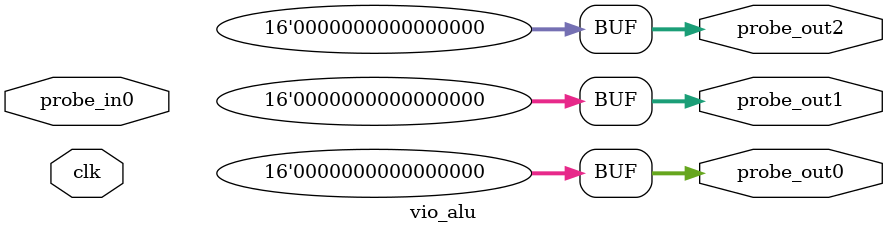
<source format=v>
`timescale 1ns / 1ps
module vio_alu (
clk,
probe_in0,
probe_out0,
probe_out1,
probe_out2
);

input clk;
input [32 : 0] probe_in0;

output reg [15 : 0] probe_out0 = 'h0000 ;
output reg [15 : 0] probe_out1 = 'h0000 ;
output reg [15 : 0] probe_out2 = 'h0000 ;


endmodule

</source>
